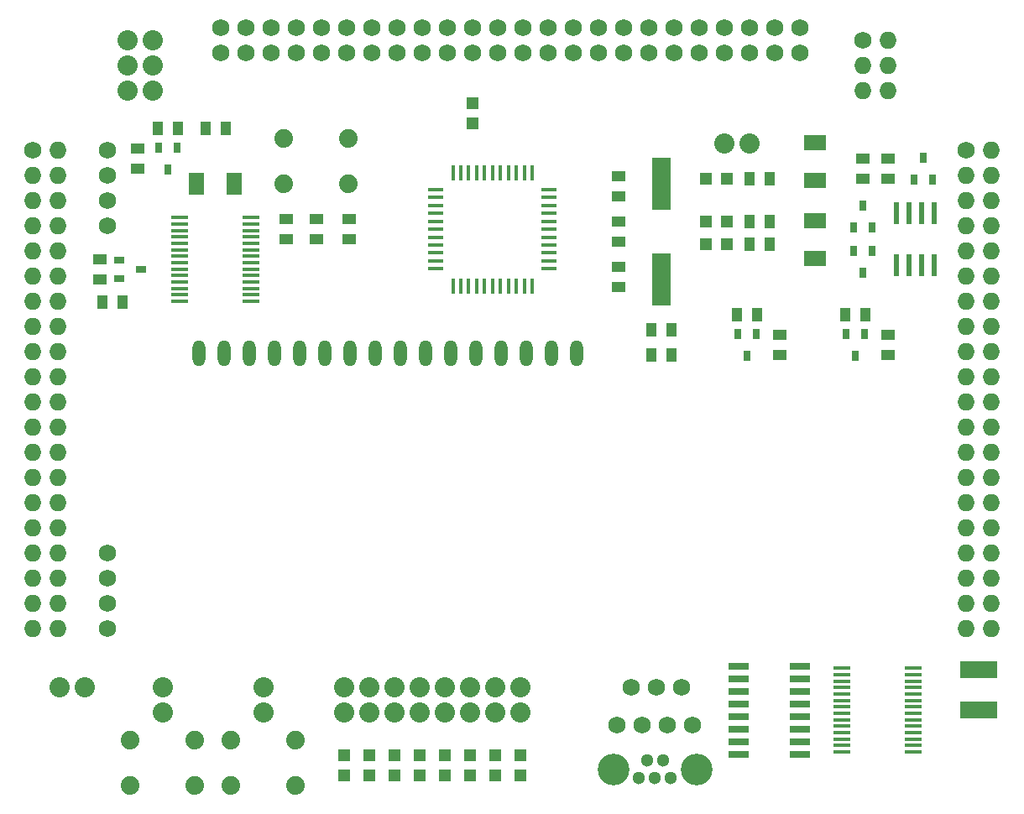
<source format=gts>
%FSLAX34Y34*%
G04 Gerber Fmt 3.4, Leading zero omitted, Abs format*
G04 (created by PCBNEW (2014-02-26 BZR 4721)-product) date Donnerstag, 25. Dezember 2014 16:09:47*
%MOIN*%
G01*
G70*
G90*
G04 APERTURE LIST*
%ADD10C,0.005906*%
%ADD11R,0.055100X0.043300*%
%ADD12C,0.051181*%
%ADD13C,0.125984*%
%ADD14R,0.047200X0.047200*%
%ADD15R,0.063000X0.086600*%
%ADD16R,0.086600X0.063000*%
%ADD17R,0.145700X0.070900*%
%ADD18R,0.024000X0.086900*%
%ADD19C,0.080000*%
%ADD20O,0.080000X0.080000*%
%ADD21C,0.068000*%
%ADD22O,0.068000X0.068000*%
%ADD23R,0.031500X0.039400*%
%ADD24R,0.039400X0.031500*%
%ADD25R,0.043300X0.055100*%
%ADD26C,0.074000*%
%ADD27R,0.080000X0.026000*%
%ADD28R,0.060000X0.016000*%
%ADD29R,0.016000X0.060000*%
%ADD30R,0.076000X0.210000*%
%ADD31R,0.065000X0.016000*%
%ADD32O,0.051400X0.102900*%
G04 APERTURE END LIST*
G54D10*
G54D11*
X53300Y-31807D03*
X53300Y-32593D03*
X40100Y-29907D03*
X40100Y-30693D03*
X53300Y-28993D03*
X53300Y-28207D03*
X41300Y-29907D03*
X41300Y-30693D03*
X42600Y-30693D03*
X42600Y-29907D03*
X63000Y-28293D03*
X63000Y-27507D03*
X64000Y-28293D03*
X64000Y-27507D03*
G54D12*
X54120Y-52104D03*
X54435Y-51395D03*
X54750Y-52104D03*
X55064Y-51395D03*
X55379Y-52104D03*
G54D13*
X56403Y-51750D03*
X53096Y-51750D03*
G54D14*
X42400Y-51187D03*
X42400Y-52013D03*
X43400Y-51187D03*
X43400Y-52013D03*
X44400Y-51187D03*
X44400Y-52013D03*
X45400Y-51187D03*
X45400Y-52013D03*
X46400Y-51187D03*
X46400Y-52013D03*
X47400Y-51187D03*
X47400Y-52013D03*
X48400Y-51187D03*
X48400Y-52013D03*
X49400Y-51187D03*
X49400Y-52013D03*
G54D15*
X38048Y-28500D03*
X36552Y-28500D03*
G54D16*
X61100Y-29952D03*
X61100Y-31448D03*
X61100Y-26852D03*
X61100Y-28348D03*
G54D14*
X57613Y-30900D03*
X56787Y-30900D03*
X57613Y-30000D03*
X56787Y-30000D03*
X47500Y-25287D03*
X47500Y-26113D03*
X57613Y-28300D03*
X56787Y-28300D03*
G54D17*
X67600Y-49407D03*
X67600Y-47793D03*
G54D18*
X64350Y-31730D03*
X64850Y-31730D03*
X65350Y-31730D03*
X65850Y-31730D03*
X65850Y-29670D03*
X65350Y-29670D03*
X64850Y-29670D03*
X64350Y-29670D03*
G54D19*
X33800Y-23800D03*
G54D20*
X34800Y-23800D03*
G54D19*
X34800Y-22800D03*
G54D20*
X33800Y-22800D03*
G54D19*
X35200Y-49500D03*
G54D20*
X35200Y-48500D03*
G54D19*
X39200Y-49500D03*
G54D20*
X39200Y-48500D03*
G54D19*
X42400Y-48500D03*
G54D20*
X42400Y-49500D03*
G54D19*
X43400Y-48500D03*
G54D20*
X43400Y-49500D03*
G54D19*
X44400Y-48500D03*
G54D20*
X44400Y-49500D03*
G54D19*
X45400Y-48500D03*
G54D20*
X45400Y-49500D03*
G54D19*
X46400Y-48500D03*
G54D20*
X46400Y-49500D03*
G54D19*
X47400Y-48500D03*
G54D20*
X47400Y-49500D03*
G54D19*
X48400Y-48500D03*
G54D20*
X48400Y-49500D03*
G54D19*
X49400Y-48500D03*
G54D20*
X49400Y-49500D03*
G54D21*
X53800Y-48500D03*
X54800Y-48500D03*
X55800Y-48500D03*
G54D19*
X57500Y-26900D03*
G54D20*
X58500Y-26900D03*
G54D19*
X31100Y-48500D03*
G54D20*
X32100Y-48500D03*
G54D21*
X30050Y-27150D03*
G54D22*
X31050Y-27150D03*
X30050Y-28150D03*
X31050Y-28150D03*
X30050Y-29150D03*
X31050Y-29150D03*
X30050Y-30150D03*
X31050Y-30150D03*
X30050Y-31150D03*
X31050Y-31150D03*
X30050Y-32150D03*
X31050Y-32150D03*
X30050Y-33150D03*
X31050Y-33150D03*
X30050Y-34150D03*
X31050Y-34150D03*
X30050Y-35150D03*
X31050Y-35150D03*
X30050Y-36150D03*
X31050Y-36150D03*
X30050Y-37150D03*
X31050Y-37150D03*
X30050Y-38150D03*
X31050Y-38150D03*
X30050Y-39150D03*
X31050Y-39150D03*
X30050Y-40150D03*
X31050Y-40150D03*
X30050Y-41150D03*
X31050Y-41150D03*
X30050Y-42150D03*
X31050Y-42150D03*
X30050Y-43150D03*
X31050Y-43150D03*
X30050Y-44150D03*
X31050Y-44150D03*
X30050Y-45150D03*
X31050Y-45150D03*
X30050Y-46150D03*
X31050Y-46150D03*
G54D21*
X67100Y-27150D03*
G54D22*
X68100Y-27150D03*
X67100Y-28150D03*
X68100Y-28150D03*
X67100Y-29150D03*
X68100Y-29150D03*
X67100Y-30150D03*
X68100Y-30150D03*
X67100Y-31150D03*
X68100Y-31150D03*
X67100Y-32150D03*
X68100Y-32150D03*
X67100Y-33150D03*
X68100Y-33150D03*
X67100Y-34150D03*
X68100Y-34150D03*
X67100Y-35150D03*
X68100Y-35150D03*
X67100Y-36150D03*
X68100Y-36150D03*
X67100Y-37150D03*
X68100Y-37150D03*
X67100Y-38150D03*
X68100Y-38150D03*
X67100Y-39150D03*
X68100Y-39150D03*
X67100Y-40150D03*
X68100Y-40150D03*
X67100Y-41150D03*
X68100Y-41150D03*
X67100Y-42150D03*
X68100Y-42150D03*
X67100Y-43150D03*
X68100Y-43150D03*
X67100Y-44150D03*
X68100Y-44150D03*
X67100Y-45150D03*
X68100Y-45150D03*
X67100Y-46150D03*
X68100Y-46150D03*
G54D21*
X56250Y-50000D03*
X55250Y-50000D03*
X54250Y-50000D03*
X53250Y-50000D03*
X37500Y-22300D03*
X38500Y-22300D03*
X39500Y-22300D03*
X40500Y-22300D03*
X41500Y-22300D03*
X42500Y-22300D03*
X43500Y-22300D03*
X44500Y-22300D03*
X45500Y-22300D03*
X46500Y-22300D03*
X47500Y-22300D03*
X48500Y-22300D03*
X49500Y-22300D03*
X50500Y-22300D03*
X51500Y-22300D03*
X52500Y-22300D03*
X53500Y-22300D03*
X54500Y-22300D03*
X55500Y-22300D03*
X56500Y-22300D03*
X57500Y-22300D03*
X58500Y-22300D03*
X59500Y-22300D03*
X60500Y-22300D03*
X37500Y-23300D03*
X38500Y-23300D03*
X39500Y-23300D03*
X40500Y-23300D03*
X41500Y-23300D03*
X42500Y-23300D03*
X43500Y-23300D03*
X44500Y-23300D03*
X45500Y-23300D03*
X46500Y-23300D03*
X47500Y-23300D03*
X48500Y-23300D03*
X49500Y-23300D03*
X50500Y-23300D03*
X51500Y-23300D03*
X52500Y-23300D03*
X53500Y-23300D03*
X54500Y-23300D03*
X55500Y-23300D03*
X56500Y-23300D03*
X57500Y-23300D03*
X58500Y-23300D03*
X59500Y-23300D03*
X60500Y-23300D03*
X63000Y-22800D03*
G54D22*
X64000Y-22800D03*
X63000Y-23800D03*
X64000Y-23800D03*
X63000Y-24800D03*
X64000Y-24800D03*
G54D21*
X33000Y-30150D03*
X33000Y-29150D03*
X33000Y-28150D03*
X33000Y-27150D03*
X33000Y-43150D03*
X33000Y-44150D03*
X33000Y-45150D03*
X33000Y-46150D03*
G54D23*
X62700Y-35333D03*
X62325Y-34467D03*
X63075Y-34467D03*
X58400Y-35333D03*
X58025Y-34467D03*
X58775Y-34467D03*
X63000Y-32033D03*
X62625Y-31167D03*
X63375Y-31167D03*
X63000Y-29367D03*
X63375Y-30233D03*
X62625Y-30233D03*
X35400Y-27933D03*
X35025Y-27067D03*
X35775Y-27067D03*
G54D24*
X34333Y-31900D03*
X33467Y-32275D03*
X33467Y-31525D03*
G54D11*
X64000Y-34507D03*
X64000Y-35293D03*
G54D25*
X63093Y-33700D03*
X62307Y-33700D03*
G54D11*
X59700Y-34507D03*
X59700Y-35293D03*
G54D25*
X58793Y-33700D03*
X58007Y-33700D03*
G54D11*
X53300Y-30793D03*
X53300Y-30007D03*
G54D25*
X54607Y-35300D03*
X55393Y-35300D03*
X54607Y-34300D03*
X55393Y-34300D03*
X58507Y-30900D03*
X59293Y-30900D03*
X58507Y-30000D03*
X59293Y-30000D03*
X59293Y-28300D03*
X58507Y-28300D03*
G54D11*
X34200Y-27107D03*
X34200Y-27893D03*
G54D25*
X32807Y-33200D03*
X33593Y-33200D03*
X35793Y-26300D03*
X35007Y-26300D03*
G54D11*
X32700Y-31507D03*
X32700Y-32293D03*
G54D26*
X36480Y-52390D03*
X33920Y-52390D03*
X36480Y-50610D03*
X33920Y-50610D03*
X40480Y-52390D03*
X37920Y-52390D03*
X40480Y-50610D03*
X37920Y-50610D03*
X42580Y-28490D03*
X40020Y-28490D03*
X42580Y-26710D03*
X40020Y-26710D03*
G54D27*
X60510Y-51150D03*
X60510Y-50650D03*
X60510Y-50150D03*
X60510Y-49650D03*
X60510Y-49150D03*
X60510Y-48650D03*
X60510Y-48150D03*
X60510Y-47650D03*
X58090Y-47650D03*
X58090Y-48150D03*
X58090Y-48650D03*
X58090Y-49150D03*
X58090Y-49650D03*
X58090Y-50150D03*
X58090Y-50650D03*
X58090Y-51150D03*
G54D28*
X46050Y-30300D03*
X46050Y-30615D03*
X46050Y-30930D03*
X46050Y-31245D03*
X46050Y-31560D03*
X46050Y-31875D03*
X46050Y-29985D03*
X46050Y-29670D03*
X46050Y-29355D03*
X46050Y-29040D03*
X46050Y-28725D03*
X50550Y-30300D03*
X50550Y-30615D03*
X50550Y-30930D03*
X50550Y-31245D03*
X50550Y-31560D03*
X50550Y-31875D03*
X50550Y-29985D03*
X50550Y-29670D03*
X50550Y-29355D03*
X50550Y-29040D03*
X50550Y-28725D03*
G54D29*
X48300Y-32550D03*
X48300Y-28050D03*
X48615Y-32550D03*
X48615Y-28050D03*
X48930Y-28050D03*
X48930Y-32550D03*
X49245Y-32550D03*
X49245Y-28050D03*
X49560Y-28050D03*
X49560Y-32550D03*
X49875Y-32550D03*
X49875Y-28050D03*
X47985Y-28050D03*
X47985Y-32550D03*
X47670Y-32550D03*
X47670Y-28050D03*
X47355Y-28050D03*
X47355Y-32550D03*
X47040Y-32550D03*
X47040Y-28050D03*
X46725Y-28050D03*
X46725Y-32550D03*
G54D23*
X65400Y-27467D03*
X65775Y-28333D03*
X65025Y-28333D03*
G54D30*
X55000Y-32300D03*
X55000Y-28500D03*
G54D31*
X62183Y-49272D03*
X62183Y-49528D03*
X62183Y-49784D03*
X62183Y-50040D03*
X65017Y-48504D03*
X62183Y-48504D03*
X62183Y-48760D03*
X62183Y-49016D03*
X65017Y-50296D03*
X65017Y-50040D03*
X65017Y-49784D03*
X65017Y-49528D03*
X65017Y-49272D03*
X65017Y-49016D03*
X62183Y-50296D03*
X65017Y-48760D03*
X65017Y-48248D03*
X65017Y-47993D03*
X65017Y-47737D03*
X62183Y-47737D03*
X62183Y-47993D03*
X62183Y-48248D03*
X62183Y-50552D03*
X62183Y-50807D03*
X62183Y-51063D03*
X65017Y-51063D03*
X65017Y-50807D03*
X65017Y-50552D03*
X38717Y-31628D03*
X38717Y-31372D03*
X38717Y-31116D03*
X38717Y-30860D03*
X35883Y-32396D03*
X38717Y-32396D03*
X38717Y-32140D03*
X38717Y-31884D03*
X35883Y-30604D03*
X35883Y-30860D03*
X35883Y-31116D03*
X35883Y-31372D03*
X35883Y-31628D03*
X35883Y-31884D03*
X38717Y-30604D03*
X35883Y-32140D03*
X35883Y-32652D03*
X35883Y-32907D03*
X35883Y-33163D03*
X38717Y-33163D03*
X38717Y-32907D03*
X38717Y-32652D03*
X38717Y-30348D03*
X38717Y-30093D03*
X38717Y-29837D03*
X35883Y-29837D03*
X35883Y-30093D03*
X35883Y-30348D03*
G54D32*
X36649Y-35227D03*
X37649Y-35227D03*
X38649Y-35227D03*
X39649Y-35227D03*
X40649Y-35227D03*
X41649Y-35227D03*
X42649Y-35227D03*
X43649Y-35227D03*
X44649Y-35227D03*
X45649Y-35227D03*
X46649Y-35227D03*
X47649Y-35227D03*
X48649Y-35227D03*
X49649Y-35227D03*
X50649Y-35227D03*
X51649Y-35227D03*
G54D25*
X36907Y-26300D03*
X37693Y-26300D03*
G54D19*
X33800Y-24800D03*
G54D20*
X34800Y-24800D03*
M02*

</source>
